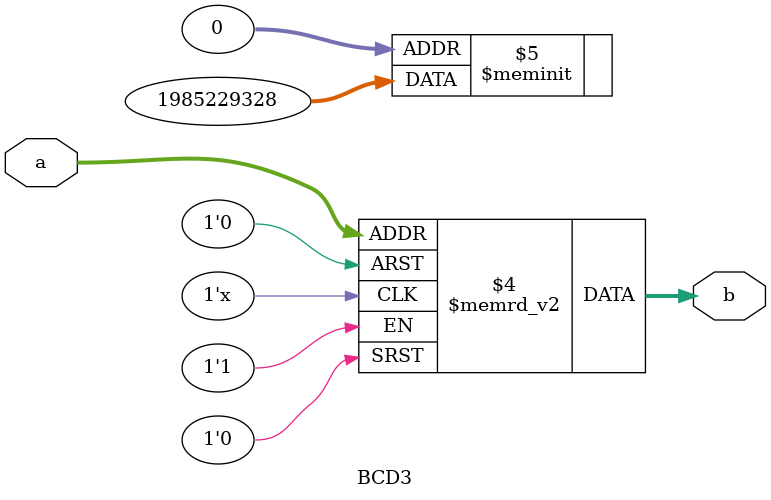
<source format=v>
`timescale 1ns / 1ps

module BCD3(a,b);
input [2:0] a;
output reg [3:0] b;

always @(*)
begin
	case (a) //Use ROM
	3'b000:b=4'b0000; //Left hand should be REG
	3'b001:b=4'b0001;
	3'b011:b=4'b0011;
	3'b010:b=4'b0010;
	3'b110:b=4'b0110;
	3'b111:b=4'b0111;
	3'b101:b=4'b0101;
	3'b100:b=4'b0100;
	default:b=4'b1111;
	endcase
end
	


endmodule

</source>
